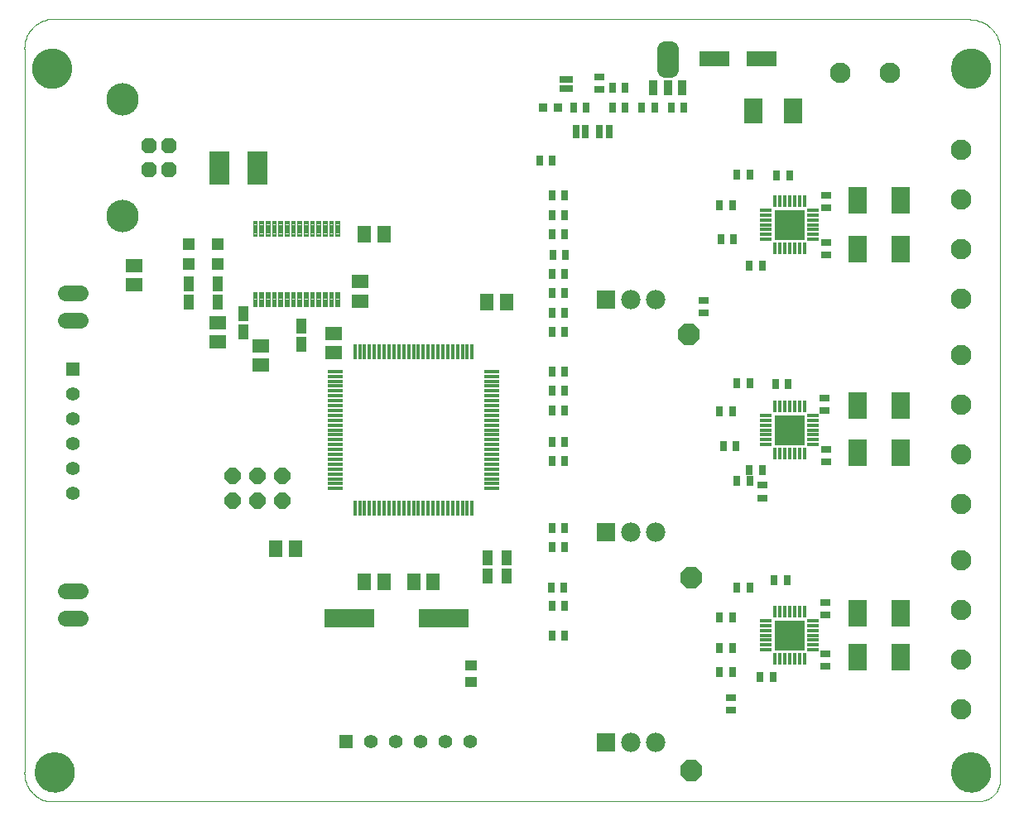
<source format=gts>
G75*
G70*
%OFA0B0*%
%FSLAX24Y24*%
%IPPOS*%
%LPD*%
%AMOC8*
5,1,8,0,0,1.08239X$1,22.5*
%
%ADD10C,0.0000*%
%ADD11C,0.1615*%
%ADD12C,0.0827*%
%ADD13C,0.0640*%
%ADD14R,0.0316X0.0394*%
%ADD15R,0.0355X0.0355*%
%ADD16R,0.0355X0.0591*%
%ADD17C,0.0630*%
%ADD18R,0.0290X0.0540*%
%ADD19R,0.0540X0.0290*%
%ADD20R,0.0394X0.0316*%
%ADD21R,0.0780X0.0780*%
%ADD22C,0.0780*%
%ADD23OC8,0.0890*%
%ADD24R,0.0749X0.1103*%
%ADD25R,0.0158X0.0493*%
%ADD26R,0.0493X0.0158*%
%ADD27R,0.1240X0.1240*%
%ADD28R,0.0749X0.0985*%
%ADD29R,0.1221X0.0591*%
%ADD30R,0.0670X0.0552*%
%ADD31R,0.0552X0.0670*%
%ADD32R,0.0512X0.0512*%
%ADD33R,0.0434X0.0631*%
%ADD34C,0.0038*%
%ADD35OC8,0.0614*%
%ADD36C,0.1306*%
%ADD37R,0.0788X0.1379*%
%ADD38R,0.2040X0.0740*%
%ADD39R,0.0631X0.0158*%
%ADD40R,0.0158X0.0631*%
%ADD41OC8,0.0640*%
%ADD42R,0.0555X0.0555*%
%ADD43C,0.0555*%
%ADD44R,0.0473X0.0434*%
D10*
X001176Y000158D02*
X038639Y000158D01*
X038697Y000160D01*
X038755Y000166D01*
X038812Y000175D01*
X038869Y000188D01*
X038924Y000205D01*
X038978Y000226D01*
X039031Y000249D01*
X039083Y000277D01*
X039132Y000307D01*
X039179Y000341D01*
X039224Y000378D01*
X039266Y000418D01*
X039306Y000460D01*
X039343Y000505D01*
X039377Y000552D01*
X039407Y000602D01*
X039435Y000653D01*
X039458Y000706D01*
X039479Y000760D01*
X039496Y000815D01*
X039509Y000872D01*
X039518Y000929D01*
X039524Y000987D01*
X039526Y001045D01*
X039526Y030418D01*
X039524Y030487D01*
X039518Y030556D01*
X039509Y030625D01*
X039495Y030693D01*
X039478Y030760D01*
X039457Y030826D01*
X039432Y030891D01*
X039404Y030954D01*
X039372Y031016D01*
X039337Y031076D01*
X039298Y031133D01*
X039256Y031189D01*
X039212Y031242D01*
X039164Y031292D01*
X039114Y031340D01*
X039061Y031384D01*
X039005Y031426D01*
X038948Y031465D01*
X038888Y031500D01*
X038826Y031532D01*
X038763Y031560D01*
X038698Y031585D01*
X038632Y031606D01*
X038565Y031623D01*
X038497Y031637D01*
X038428Y031646D01*
X038359Y031652D01*
X038290Y031654D01*
X001173Y031654D01*
X001108Y031639D01*
X001045Y031619D01*
X000982Y031596D01*
X000921Y031570D01*
X000861Y031540D01*
X000803Y031507D01*
X000748Y031470D01*
X000694Y031431D01*
X000642Y031389D01*
X000593Y031343D01*
X000547Y031296D01*
X000503Y031245D01*
X000463Y031192D01*
X000425Y031137D01*
X000390Y031080D01*
X000359Y031022D01*
X000331Y030961D01*
X000307Y030899D01*
X000286Y030836D01*
X000268Y030772D01*
X000254Y030706D01*
X000244Y030641D01*
X000238Y030574D01*
X000235Y030508D01*
X000236Y030441D01*
X000241Y030375D01*
X000249Y030309D01*
X000262Y030243D01*
X000262Y001572D01*
X000249Y001506D01*
X000241Y001440D01*
X000236Y001373D01*
X000235Y001307D01*
X000238Y001240D01*
X000244Y001173D01*
X000254Y001107D01*
X000268Y001042D01*
X000286Y000978D01*
X000307Y000914D01*
X000332Y000852D01*
X000360Y000791D01*
X000391Y000733D01*
X000426Y000675D01*
X000464Y000620D01*
X000504Y000567D01*
X000548Y000517D01*
X000595Y000469D01*
X000644Y000424D01*
X000695Y000381D01*
X000749Y000342D01*
X000805Y000305D01*
X000863Y000272D01*
X000923Y000242D01*
X000984Y000216D01*
X001047Y000193D01*
X001111Y000173D01*
X001176Y000158D01*
X000656Y001339D02*
X000658Y001395D01*
X000664Y001450D01*
X000674Y001504D01*
X000687Y001558D01*
X000705Y001611D01*
X000726Y001662D01*
X000750Y001712D01*
X000778Y001760D01*
X000810Y001806D01*
X000844Y001850D01*
X000882Y001891D01*
X000922Y001929D01*
X000965Y001964D01*
X001010Y001996D01*
X001058Y002025D01*
X001107Y002051D01*
X001158Y002073D01*
X001210Y002091D01*
X001264Y002105D01*
X001319Y002116D01*
X001374Y002123D01*
X001429Y002126D01*
X001485Y002125D01*
X001540Y002120D01*
X001595Y002111D01*
X001649Y002099D01*
X001702Y002082D01*
X001754Y002062D01*
X001804Y002038D01*
X001852Y002011D01*
X001899Y001981D01*
X001943Y001947D01*
X001985Y001910D01*
X002023Y001870D01*
X002060Y001828D01*
X002093Y001783D01*
X002122Y001737D01*
X002149Y001688D01*
X002171Y001637D01*
X002191Y001585D01*
X002206Y001531D01*
X002218Y001477D01*
X002226Y001422D01*
X002230Y001367D01*
X002230Y001311D01*
X002226Y001256D01*
X002218Y001201D01*
X002206Y001147D01*
X002191Y001093D01*
X002171Y001041D01*
X002149Y000990D01*
X002122Y000941D01*
X002093Y000895D01*
X002060Y000850D01*
X002023Y000808D01*
X001985Y000768D01*
X001943Y000731D01*
X001899Y000697D01*
X001852Y000667D01*
X001804Y000640D01*
X001754Y000616D01*
X001702Y000596D01*
X001649Y000579D01*
X001595Y000567D01*
X001540Y000558D01*
X001485Y000553D01*
X001429Y000552D01*
X001374Y000555D01*
X001319Y000562D01*
X001264Y000573D01*
X001210Y000587D01*
X001158Y000605D01*
X001107Y000627D01*
X001058Y000653D01*
X001010Y000682D01*
X000965Y000714D01*
X000922Y000749D01*
X000882Y000787D01*
X000844Y000828D01*
X000810Y000872D01*
X000778Y000918D01*
X000750Y000966D01*
X000726Y001016D01*
X000705Y001067D01*
X000687Y001120D01*
X000674Y001174D01*
X000664Y001228D01*
X000658Y001283D01*
X000656Y001339D01*
X000550Y029686D02*
X000552Y029742D01*
X000558Y029797D01*
X000568Y029851D01*
X000581Y029905D01*
X000599Y029958D01*
X000620Y030009D01*
X000644Y030059D01*
X000672Y030107D01*
X000704Y030153D01*
X000738Y030197D01*
X000776Y030238D01*
X000816Y030276D01*
X000859Y030311D01*
X000904Y030343D01*
X000952Y030372D01*
X001001Y030398D01*
X001052Y030420D01*
X001104Y030438D01*
X001158Y030452D01*
X001213Y030463D01*
X001268Y030470D01*
X001323Y030473D01*
X001379Y030472D01*
X001434Y030467D01*
X001489Y030458D01*
X001543Y030446D01*
X001596Y030429D01*
X001648Y030409D01*
X001698Y030385D01*
X001746Y030358D01*
X001793Y030328D01*
X001837Y030294D01*
X001879Y030257D01*
X001917Y030217D01*
X001954Y030175D01*
X001987Y030130D01*
X002016Y030084D01*
X002043Y030035D01*
X002065Y029984D01*
X002085Y029932D01*
X002100Y029878D01*
X002112Y029824D01*
X002120Y029769D01*
X002124Y029714D01*
X002124Y029658D01*
X002120Y029603D01*
X002112Y029548D01*
X002100Y029494D01*
X002085Y029440D01*
X002065Y029388D01*
X002043Y029337D01*
X002016Y029288D01*
X001987Y029242D01*
X001954Y029197D01*
X001917Y029155D01*
X001879Y029115D01*
X001837Y029078D01*
X001793Y029044D01*
X001746Y029014D01*
X001698Y028987D01*
X001648Y028963D01*
X001596Y028943D01*
X001543Y028926D01*
X001489Y028914D01*
X001434Y028905D01*
X001379Y028900D01*
X001323Y028899D01*
X001268Y028902D01*
X001213Y028909D01*
X001158Y028920D01*
X001104Y028934D01*
X001052Y028952D01*
X001001Y028974D01*
X000952Y029000D01*
X000904Y029029D01*
X000859Y029061D01*
X000816Y029096D01*
X000776Y029134D01*
X000738Y029175D01*
X000704Y029219D01*
X000672Y029265D01*
X000644Y029313D01*
X000620Y029363D01*
X000599Y029414D01*
X000581Y029467D01*
X000568Y029521D01*
X000558Y029575D01*
X000552Y029630D01*
X000550Y029686D01*
X037558Y029686D02*
X037560Y029742D01*
X037566Y029797D01*
X037576Y029851D01*
X037589Y029905D01*
X037607Y029958D01*
X037628Y030009D01*
X037652Y030059D01*
X037680Y030107D01*
X037712Y030153D01*
X037746Y030197D01*
X037784Y030238D01*
X037824Y030276D01*
X037867Y030311D01*
X037912Y030343D01*
X037960Y030372D01*
X038009Y030398D01*
X038060Y030420D01*
X038112Y030438D01*
X038166Y030452D01*
X038221Y030463D01*
X038276Y030470D01*
X038331Y030473D01*
X038387Y030472D01*
X038442Y030467D01*
X038497Y030458D01*
X038551Y030446D01*
X038604Y030429D01*
X038656Y030409D01*
X038706Y030385D01*
X038754Y030358D01*
X038801Y030328D01*
X038845Y030294D01*
X038887Y030257D01*
X038925Y030217D01*
X038962Y030175D01*
X038995Y030130D01*
X039024Y030084D01*
X039051Y030035D01*
X039073Y029984D01*
X039093Y029932D01*
X039108Y029878D01*
X039120Y029824D01*
X039128Y029769D01*
X039132Y029714D01*
X039132Y029658D01*
X039128Y029603D01*
X039120Y029548D01*
X039108Y029494D01*
X039093Y029440D01*
X039073Y029388D01*
X039051Y029337D01*
X039024Y029288D01*
X038995Y029242D01*
X038962Y029197D01*
X038925Y029155D01*
X038887Y029115D01*
X038845Y029078D01*
X038801Y029044D01*
X038754Y029014D01*
X038706Y028987D01*
X038656Y028963D01*
X038604Y028943D01*
X038551Y028926D01*
X038497Y028914D01*
X038442Y028905D01*
X038387Y028900D01*
X038331Y028899D01*
X038276Y028902D01*
X038221Y028909D01*
X038166Y028920D01*
X038112Y028934D01*
X038060Y028952D01*
X038009Y028974D01*
X037960Y029000D01*
X037912Y029029D01*
X037867Y029061D01*
X037824Y029096D01*
X037784Y029134D01*
X037746Y029175D01*
X037712Y029219D01*
X037680Y029265D01*
X037652Y029313D01*
X037628Y029363D01*
X037607Y029414D01*
X037589Y029467D01*
X037576Y029521D01*
X037566Y029575D01*
X037560Y029630D01*
X037558Y029686D01*
X037558Y001339D02*
X037560Y001395D01*
X037566Y001450D01*
X037576Y001504D01*
X037589Y001558D01*
X037607Y001611D01*
X037628Y001662D01*
X037652Y001712D01*
X037680Y001760D01*
X037712Y001806D01*
X037746Y001850D01*
X037784Y001891D01*
X037824Y001929D01*
X037867Y001964D01*
X037912Y001996D01*
X037960Y002025D01*
X038009Y002051D01*
X038060Y002073D01*
X038112Y002091D01*
X038166Y002105D01*
X038221Y002116D01*
X038276Y002123D01*
X038331Y002126D01*
X038387Y002125D01*
X038442Y002120D01*
X038497Y002111D01*
X038551Y002099D01*
X038604Y002082D01*
X038656Y002062D01*
X038706Y002038D01*
X038754Y002011D01*
X038801Y001981D01*
X038845Y001947D01*
X038887Y001910D01*
X038925Y001870D01*
X038962Y001828D01*
X038995Y001783D01*
X039024Y001737D01*
X039051Y001688D01*
X039073Y001637D01*
X039093Y001585D01*
X039108Y001531D01*
X039120Y001477D01*
X039128Y001422D01*
X039132Y001367D01*
X039132Y001311D01*
X039128Y001256D01*
X039120Y001201D01*
X039108Y001147D01*
X039093Y001093D01*
X039073Y001041D01*
X039051Y000990D01*
X039024Y000941D01*
X038995Y000895D01*
X038962Y000850D01*
X038925Y000808D01*
X038887Y000768D01*
X038845Y000731D01*
X038801Y000697D01*
X038754Y000667D01*
X038706Y000640D01*
X038656Y000616D01*
X038604Y000596D01*
X038551Y000579D01*
X038497Y000567D01*
X038442Y000558D01*
X038387Y000553D01*
X038331Y000552D01*
X038276Y000555D01*
X038221Y000562D01*
X038166Y000573D01*
X038112Y000587D01*
X038060Y000605D01*
X038009Y000627D01*
X037960Y000653D01*
X037912Y000682D01*
X037867Y000714D01*
X037824Y000749D01*
X037784Y000787D01*
X037746Y000828D01*
X037712Y000872D01*
X037680Y000918D01*
X037652Y000966D01*
X037628Y001016D01*
X037607Y001067D01*
X037589Y001120D01*
X037576Y001174D01*
X037566Y001228D01*
X037560Y001283D01*
X037558Y001339D01*
D11*
X038345Y001339D03*
X038345Y029686D03*
X001337Y029686D03*
X001443Y001339D03*
D12*
X033093Y029502D03*
X035093Y029502D03*
X037961Y026395D03*
X037961Y024395D03*
X037961Y022395D03*
X037961Y020395D03*
X037961Y018127D03*
X037961Y016127D03*
X037961Y014127D03*
X037961Y012127D03*
X037961Y009859D03*
X037961Y007859D03*
X037961Y005859D03*
X037961Y003859D03*
D13*
X002486Y007534D02*
X001886Y007534D01*
X001886Y008634D02*
X002486Y008634D01*
X002486Y019534D02*
X001886Y019534D01*
X001886Y020634D02*
X002486Y020634D01*
D14*
X020970Y025956D03*
X021482Y025956D03*
X021471Y024568D03*
X021983Y024568D03*
X021983Y023780D03*
X021471Y023780D03*
X021471Y022993D03*
X021983Y022993D03*
X022033Y022156D03*
X021521Y022156D03*
X021471Y021418D03*
X021983Y021418D03*
X021983Y020631D03*
X021471Y020631D03*
X021471Y019843D03*
X021983Y019843D03*
X021983Y019056D03*
X021471Y019056D03*
X021471Y017481D03*
X021983Y017481D03*
X021983Y016694D03*
X021471Y016694D03*
X021471Y015906D03*
X021983Y015906D03*
X021983Y014650D03*
X021471Y014650D03*
X021471Y013863D03*
X021983Y013863D03*
X021983Y011182D03*
X021471Y011182D03*
X021471Y010394D03*
X021983Y010394D03*
X021958Y008767D03*
X021446Y008767D03*
X021471Y008032D03*
X021983Y008032D03*
X021983Y006851D03*
X021471Y006851D03*
X028231Y006332D03*
X028742Y006332D03*
X028742Y005370D03*
X028231Y005370D03*
X029859Y005180D03*
X030371Y005180D03*
X028742Y007554D03*
X028231Y007554D03*
X028931Y008763D03*
X029442Y008763D03*
X030431Y009072D03*
X030942Y009072D03*
X029442Y013084D03*
X029431Y013518D03*
X029942Y013518D03*
X028931Y013084D03*
X028892Y014481D03*
X028381Y014481D03*
X028231Y015869D03*
X028742Y015869D03*
X028931Y016988D03*
X029442Y016988D03*
X030481Y016984D03*
X030992Y016984D03*
X029942Y021744D03*
X029431Y021744D03*
X028792Y022799D03*
X028281Y022799D03*
X028231Y024169D03*
X028742Y024169D03*
X028931Y025413D03*
X029442Y025413D03*
X030531Y025384D03*
X031042Y025384D03*
X026790Y028111D03*
X026278Y028111D03*
X025609Y028111D03*
X025097Y028111D03*
X024427Y028111D03*
X023916Y028111D03*
X023916Y028898D03*
X024427Y028898D03*
X022853Y028111D03*
X022341Y028111D03*
D15*
X021711Y028111D03*
X021120Y028111D03*
D16*
X025550Y028906D03*
X026140Y028906D03*
X026730Y028906D03*
D17*
X026245Y029633D02*
X026035Y029633D01*
X026035Y030479D01*
X026245Y030479D01*
X026245Y029633D01*
X026245Y030262D02*
X026035Y030262D01*
D18*
X023797Y027132D03*
X023397Y027132D03*
X022814Y027134D03*
X022459Y027134D03*
D19*
X022051Y028887D03*
X022051Y029242D03*
D20*
X023384Y029351D03*
X023384Y028839D03*
X032514Y024586D03*
X032514Y024074D03*
X032520Y022674D03*
X032520Y022162D03*
X027586Y020340D03*
X027586Y019828D03*
X032463Y016415D03*
X032463Y015903D03*
X032520Y014345D03*
X032520Y013833D03*
X029964Y012890D03*
X029964Y012378D03*
X032486Y008174D03*
X032486Y007662D03*
X032486Y006105D03*
X032486Y005593D03*
X028686Y004340D03*
X028686Y003828D03*
D21*
X023645Y002552D03*
X023645Y011011D03*
X023645Y020359D03*
D22*
X024645Y020359D03*
X025645Y020359D03*
X025645Y011011D03*
X024645Y011011D03*
X024645Y002552D03*
X025645Y002552D03*
D23*
X027086Y001414D03*
X027086Y009182D03*
X026986Y018969D03*
D24*
X033793Y016111D03*
X035525Y016111D03*
X035525Y014193D03*
X033793Y014193D03*
X033793Y007726D03*
X035525Y007726D03*
X035525Y005974D03*
X033793Y005974D03*
X033780Y022393D03*
X035512Y022393D03*
X035517Y024376D03*
X033785Y024376D03*
D25*
X031636Y024331D03*
X031439Y024331D03*
X031242Y024331D03*
X031046Y024331D03*
X030849Y024331D03*
X030652Y024331D03*
X030455Y024331D03*
X030455Y022442D03*
X030652Y022442D03*
X030849Y022442D03*
X031046Y022442D03*
X031242Y022442D03*
X031439Y022442D03*
X031636Y022442D03*
X031636Y016064D03*
X031439Y016064D03*
X031242Y016064D03*
X031046Y016064D03*
X030849Y016064D03*
X030652Y016064D03*
X030455Y016064D03*
X030455Y014174D03*
X030652Y014174D03*
X030849Y014174D03*
X031046Y014174D03*
X031242Y014174D03*
X031439Y014174D03*
X031636Y014174D03*
X031636Y007796D03*
X031439Y007796D03*
X031242Y007796D03*
X031046Y007796D03*
X030849Y007796D03*
X030652Y007796D03*
X030455Y007796D03*
X030455Y005906D03*
X030652Y005906D03*
X030849Y005906D03*
X031046Y005906D03*
X031242Y005906D03*
X031439Y005906D03*
X031636Y005906D03*
D26*
X031990Y006261D03*
X031990Y006457D03*
X031990Y006654D03*
X031990Y006851D03*
X031990Y007048D03*
X031990Y007245D03*
X031990Y007442D03*
X030101Y007442D03*
X030101Y007245D03*
X030101Y007048D03*
X030101Y006851D03*
X030101Y006654D03*
X030101Y006457D03*
X030101Y006261D03*
X030101Y014528D03*
X030101Y014725D03*
X030101Y014922D03*
X030101Y015119D03*
X030101Y015316D03*
X030101Y015513D03*
X030101Y015709D03*
X031990Y015709D03*
X031990Y015513D03*
X031990Y015316D03*
X031990Y015119D03*
X031990Y014922D03*
X031990Y014725D03*
X031990Y014528D03*
X031990Y022796D03*
X031990Y022993D03*
X031990Y023190D03*
X031990Y023387D03*
X031990Y023583D03*
X031990Y023780D03*
X031990Y023977D03*
X030101Y023977D03*
X030101Y023780D03*
X030101Y023583D03*
X030101Y023387D03*
X030101Y023190D03*
X030101Y022993D03*
X030101Y022796D03*
D27*
X031046Y023387D03*
X031046Y015119D03*
X031046Y006851D03*
D28*
X031184Y027960D03*
X029590Y027960D03*
D29*
X029909Y030054D03*
X028019Y030054D03*
D30*
X013769Y021106D03*
X013769Y020319D03*
X012700Y019019D03*
X012700Y018231D03*
X009755Y018512D03*
X009755Y017725D03*
X008030Y018662D03*
X008030Y019450D03*
X004647Y020963D03*
X004647Y021751D03*
D31*
X013935Y022993D03*
X014723Y022993D03*
X018866Y020287D03*
X019653Y020287D03*
X011153Y010341D03*
X010366Y010341D03*
X013935Y009001D03*
X014723Y009001D03*
X015904Y009001D03*
X016691Y009001D03*
D32*
X008030Y021792D03*
X008030Y022619D03*
X006849Y022619D03*
X006849Y021792D03*
D33*
X006849Y021001D03*
X006849Y020261D03*
X008030Y020261D03*
X008030Y021001D03*
X009036Y019804D03*
X009036Y019064D03*
X011386Y019304D03*
X011386Y018564D03*
X018872Y009977D03*
X019660Y009977D03*
X019660Y009237D03*
X018872Y009237D03*
D34*
X012919Y020089D02*
X012767Y020089D01*
X012767Y020681D01*
X012919Y020681D01*
X012919Y020089D01*
X012919Y020126D02*
X012767Y020126D01*
X012767Y020163D02*
X012919Y020163D01*
X012919Y020200D02*
X012767Y020200D01*
X012767Y020237D02*
X012919Y020237D01*
X012919Y020274D02*
X012767Y020274D01*
X012767Y020311D02*
X012919Y020311D01*
X012919Y020348D02*
X012767Y020348D01*
X012767Y020385D02*
X012919Y020385D01*
X012919Y020422D02*
X012767Y020422D01*
X012767Y020459D02*
X012919Y020459D01*
X012919Y020496D02*
X012767Y020496D01*
X012767Y020533D02*
X012919Y020533D01*
X012919Y020570D02*
X012767Y020570D01*
X012767Y020607D02*
X012919Y020607D01*
X012919Y020644D02*
X012767Y020644D01*
X012767Y020681D02*
X012919Y020681D01*
X012663Y020089D02*
X012511Y020089D01*
X012511Y020681D01*
X012663Y020681D01*
X012663Y020089D01*
X012663Y020126D02*
X012511Y020126D01*
X012511Y020163D02*
X012663Y020163D01*
X012663Y020200D02*
X012511Y020200D01*
X012511Y020237D02*
X012663Y020237D01*
X012663Y020274D02*
X012511Y020274D01*
X012511Y020311D02*
X012663Y020311D01*
X012663Y020348D02*
X012511Y020348D01*
X012511Y020385D02*
X012663Y020385D01*
X012663Y020422D02*
X012511Y020422D01*
X012511Y020459D02*
X012663Y020459D01*
X012663Y020496D02*
X012511Y020496D01*
X012511Y020533D02*
X012663Y020533D01*
X012663Y020570D02*
X012511Y020570D01*
X012511Y020607D02*
X012663Y020607D01*
X012663Y020644D02*
X012511Y020644D01*
X012511Y020681D02*
X012663Y020681D01*
X012407Y020089D02*
X012255Y020089D01*
X012255Y020681D01*
X012407Y020681D01*
X012407Y020089D01*
X012407Y020126D02*
X012255Y020126D01*
X012255Y020163D02*
X012407Y020163D01*
X012407Y020200D02*
X012255Y020200D01*
X012255Y020237D02*
X012407Y020237D01*
X012407Y020274D02*
X012255Y020274D01*
X012255Y020311D02*
X012407Y020311D01*
X012407Y020348D02*
X012255Y020348D01*
X012255Y020385D02*
X012407Y020385D01*
X012407Y020422D02*
X012255Y020422D01*
X012255Y020459D02*
X012407Y020459D01*
X012407Y020496D02*
X012255Y020496D01*
X012255Y020533D02*
X012407Y020533D01*
X012407Y020570D02*
X012255Y020570D01*
X012255Y020607D02*
X012407Y020607D01*
X012407Y020644D02*
X012255Y020644D01*
X012255Y020681D02*
X012407Y020681D01*
X012151Y020089D02*
X011999Y020089D01*
X011999Y020681D01*
X012151Y020681D01*
X012151Y020089D01*
X012151Y020126D02*
X011999Y020126D01*
X011999Y020163D02*
X012151Y020163D01*
X012151Y020200D02*
X011999Y020200D01*
X011999Y020237D02*
X012151Y020237D01*
X012151Y020274D02*
X011999Y020274D01*
X011999Y020311D02*
X012151Y020311D01*
X012151Y020348D02*
X011999Y020348D01*
X011999Y020385D02*
X012151Y020385D01*
X012151Y020422D02*
X011999Y020422D01*
X011999Y020459D02*
X012151Y020459D01*
X012151Y020496D02*
X011999Y020496D01*
X011999Y020533D02*
X012151Y020533D01*
X012151Y020570D02*
X011999Y020570D01*
X011999Y020607D02*
X012151Y020607D01*
X012151Y020644D02*
X011999Y020644D01*
X011999Y020681D02*
X012151Y020681D01*
X011895Y020089D02*
X011743Y020089D01*
X011743Y020681D01*
X011895Y020681D01*
X011895Y020089D01*
X011895Y020126D02*
X011743Y020126D01*
X011743Y020163D02*
X011895Y020163D01*
X011895Y020200D02*
X011743Y020200D01*
X011743Y020237D02*
X011895Y020237D01*
X011895Y020274D02*
X011743Y020274D01*
X011743Y020311D02*
X011895Y020311D01*
X011895Y020348D02*
X011743Y020348D01*
X011743Y020385D02*
X011895Y020385D01*
X011895Y020422D02*
X011743Y020422D01*
X011743Y020459D02*
X011895Y020459D01*
X011895Y020496D02*
X011743Y020496D01*
X011743Y020533D02*
X011895Y020533D01*
X011895Y020570D02*
X011743Y020570D01*
X011743Y020607D02*
X011895Y020607D01*
X011895Y020644D02*
X011743Y020644D01*
X011743Y020681D02*
X011895Y020681D01*
X011639Y020089D02*
X011487Y020089D01*
X011487Y020681D01*
X011639Y020681D01*
X011639Y020089D01*
X011639Y020126D02*
X011487Y020126D01*
X011487Y020163D02*
X011639Y020163D01*
X011639Y020200D02*
X011487Y020200D01*
X011487Y020237D02*
X011639Y020237D01*
X011639Y020274D02*
X011487Y020274D01*
X011487Y020311D02*
X011639Y020311D01*
X011639Y020348D02*
X011487Y020348D01*
X011487Y020385D02*
X011639Y020385D01*
X011639Y020422D02*
X011487Y020422D01*
X011487Y020459D02*
X011639Y020459D01*
X011639Y020496D02*
X011487Y020496D01*
X011487Y020533D02*
X011639Y020533D01*
X011639Y020570D02*
X011487Y020570D01*
X011487Y020607D02*
X011639Y020607D01*
X011639Y020644D02*
X011487Y020644D01*
X011487Y020681D02*
X011639Y020681D01*
X011383Y020089D02*
X011231Y020089D01*
X011231Y020681D01*
X011383Y020681D01*
X011383Y020089D01*
X011383Y020126D02*
X011231Y020126D01*
X011231Y020163D02*
X011383Y020163D01*
X011383Y020200D02*
X011231Y020200D01*
X011231Y020237D02*
X011383Y020237D01*
X011383Y020274D02*
X011231Y020274D01*
X011231Y020311D02*
X011383Y020311D01*
X011383Y020348D02*
X011231Y020348D01*
X011231Y020385D02*
X011383Y020385D01*
X011383Y020422D02*
X011231Y020422D01*
X011231Y020459D02*
X011383Y020459D01*
X011383Y020496D02*
X011231Y020496D01*
X011231Y020533D02*
X011383Y020533D01*
X011383Y020570D02*
X011231Y020570D01*
X011231Y020607D02*
X011383Y020607D01*
X011383Y020644D02*
X011231Y020644D01*
X011231Y020681D02*
X011383Y020681D01*
X011127Y020089D02*
X010975Y020089D01*
X010975Y020681D01*
X011127Y020681D01*
X011127Y020089D01*
X011127Y020126D02*
X010975Y020126D01*
X010975Y020163D02*
X011127Y020163D01*
X011127Y020200D02*
X010975Y020200D01*
X010975Y020237D02*
X011127Y020237D01*
X011127Y020274D02*
X010975Y020274D01*
X010975Y020311D02*
X011127Y020311D01*
X011127Y020348D02*
X010975Y020348D01*
X010975Y020385D02*
X011127Y020385D01*
X011127Y020422D02*
X010975Y020422D01*
X010975Y020459D02*
X011127Y020459D01*
X011127Y020496D02*
X010975Y020496D01*
X010975Y020533D02*
X011127Y020533D01*
X011127Y020570D02*
X010975Y020570D01*
X010975Y020607D02*
X011127Y020607D01*
X011127Y020644D02*
X010975Y020644D01*
X010975Y020681D02*
X011127Y020681D01*
X010872Y020089D02*
X010720Y020089D01*
X010720Y020681D01*
X010872Y020681D01*
X010872Y020089D01*
X010872Y020126D02*
X010720Y020126D01*
X010720Y020163D02*
X010872Y020163D01*
X010872Y020200D02*
X010720Y020200D01*
X010720Y020237D02*
X010872Y020237D01*
X010872Y020274D02*
X010720Y020274D01*
X010720Y020311D02*
X010872Y020311D01*
X010872Y020348D02*
X010720Y020348D01*
X010720Y020385D02*
X010872Y020385D01*
X010872Y020422D02*
X010720Y020422D01*
X010720Y020459D02*
X010872Y020459D01*
X010872Y020496D02*
X010720Y020496D01*
X010720Y020533D02*
X010872Y020533D01*
X010872Y020570D02*
X010720Y020570D01*
X010720Y020607D02*
X010872Y020607D01*
X010872Y020644D02*
X010720Y020644D01*
X010720Y020681D02*
X010872Y020681D01*
X010616Y020089D02*
X010464Y020089D01*
X010464Y020681D01*
X010616Y020681D01*
X010616Y020089D01*
X010616Y020126D02*
X010464Y020126D01*
X010464Y020163D02*
X010616Y020163D01*
X010616Y020200D02*
X010464Y020200D01*
X010464Y020237D02*
X010616Y020237D01*
X010616Y020274D02*
X010464Y020274D01*
X010464Y020311D02*
X010616Y020311D01*
X010616Y020348D02*
X010464Y020348D01*
X010464Y020385D02*
X010616Y020385D01*
X010616Y020422D02*
X010464Y020422D01*
X010464Y020459D02*
X010616Y020459D01*
X010616Y020496D02*
X010464Y020496D01*
X010464Y020533D02*
X010616Y020533D01*
X010616Y020570D02*
X010464Y020570D01*
X010464Y020607D02*
X010616Y020607D01*
X010616Y020644D02*
X010464Y020644D01*
X010464Y020681D02*
X010616Y020681D01*
X010360Y020089D02*
X010208Y020089D01*
X010208Y020681D01*
X010360Y020681D01*
X010360Y020089D01*
X010360Y020126D02*
X010208Y020126D01*
X010208Y020163D02*
X010360Y020163D01*
X010360Y020200D02*
X010208Y020200D01*
X010208Y020237D02*
X010360Y020237D01*
X010360Y020274D02*
X010208Y020274D01*
X010208Y020311D02*
X010360Y020311D01*
X010360Y020348D02*
X010208Y020348D01*
X010208Y020385D02*
X010360Y020385D01*
X010360Y020422D02*
X010208Y020422D01*
X010208Y020459D02*
X010360Y020459D01*
X010360Y020496D02*
X010208Y020496D01*
X010208Y020533D02*
X010360Y020533D01*
X010360Y020570D02*
X010208Y020570D01*
X010208Y020607D02*
X010360Y020607D01*
X010360Y020644D02*
X010208Y020644D01*
X010208Y020681D02*
X010360Y020681D01*
X010104Y020089D02*
X009952Y020089D01*
X009952Y020681D01*
X010104Y020681D01*
X010104Y020089D01*
X010104Y020126D02*
X009952Y020126D01*
X009952Y020163D02*
X010104Y020163D01*
X010104Y020200D02*
X009952Y020200D01*
X009952Y020237D02*
X010104Y020237D01*
X010104Y020274D02*
X009952Y020274D01*
X009952Y020311D02*
X010104Y020311D01*
X010104Y020348D02*
X009952Y020348D01*
X009952Y020385D02*
X010104Y020385D01*
X010104Y020422D02*
X009952Y020422D01*
X009952Y020459D02*
X010104Y020459D01*
X010104Y020496D02*
X009952Y020496D01*
X009952Y020533D02*
X010104Y020533D01*
X010104Y020570D02*
X009952Y020570D01*
X009952Y020607D02*
X010104Y020607D01*
X010104Y020644D02*
X009952Y020644D01*
X009952Y020681D02*
X010104Y020681D01*
X009848Y020089D02*
X009696Y020089D01*
X009696Y020681D01*
X009848Y020681D01*
X009848Y020089D01*
X009848Y020126D02*
X009696Y020126D01*
X009696Y020163D02*
X009848Y020163D01*
X009848Y020200D02*
X009696Y020200D01*
X009696Y020237D02*
X009848Y020237D01*
X009848Y020274D02*
X009696Y020274D01*
X009696Y020311D02*
X009848Y020311D01*
X009848Y020348D02*
X009696Y020348D01*
X009696Y020385D02*
X009848Y020385D01*
X009848Y020422D02*
X009696Y020422D01*
X009696Y020459D02*
X009848Y020459D01*
X009848Y020496D02*
X009696Y020496D01*
X009696Y020533D02*
X009848Y020533D01*
X009848Y020570D02*
X009696Y020570D01*
X009696Y020607D02*
X009848Y020607D01*
X009848Y020644D02*
X009696Y020644D01*
X009696Y020681D02*
X009848Y020681D01*
X009592Y020089D02*
X009440Y020089D01*
X009440Y020681D01*
X009592Y020681D01*
X009592Y020089D01*
X009592Y020126D02*
X009440Y020126D01*
X009440Y020163D02*
X009592Y020163D01*
X009592Y020200D02*
X009440Y020200D01*
X009440Y020237D02*
X009592Y020237D01*
X009592Y020274D02*
X009440Y020274D01*
X009440Y020311D02*
X009592Y020311D01*
X009592Y020348D02*
X009440Y020348D01*
X009440Y020385D02*
X009592Y020385D01*
X009592Y020422D02*
X009440Y020422D01*
X009440Y020459D02*
X009592Y020459D01*
X009592Y020496D02*
X009440Y020496D01*
X009440Y020533D02*
X009592Y020533D01*
X009592Y020570D02*
X009440Y020570D01*
X009440Y020607D02*
X009592Y020607D01*
X009592Y020644D02*
X009440Y020644D01*
X009440Y020681D02*
X009592Y020681D01*
X009592Y022943D02*
X009440Y022943D01*
X009440Y023535D01*
X009592Y023535D01*
X009592Y022943D01*
X009592Y022980D02*
X009440Y022980D01*
X009440Y023017D02*
X009592Y023017D01*
X009592Y023054D02*
X009440Y023054D01*
X009440Y023091D02*
X009592Y023091D01*
X009592Y023128D02*
X009440Y023128D01*
X009440Y023165D02*
X009592Y023165D01*
X009592Y023202D02*
X009440Y023202D01*
X009440Y023239D02*
X009592Y023239D01*
X009592Y023276D02*
X009440Y023276D01*
X009440Y023313D02*
X009592Y023313D01*
X009592Y023350D02*
X009440Y023350D01*
X009440Y023387D02*
X009592Y023387D01*
X009592Y023424D02*
X009440Y023424D01*
X009440Y023461D02*
X009592Y023461D01*
X009592Y023498D02*
X009440Y023498D01*
X009440Y023535D02*
X009592Y023535D01*
X009696Y022943D02*
X009848Y022943D01*
X009696Y022943D02*
X009696Y023535D01*
X009848Y023535D01*
X009848Y022943D01*
X009848Y022980D02*
X009696Y022980D01*
X009696Y023017D02*
X009848Y023017D01*
X009848Y023054D02*
X009696Y023054D01*
X009696Y023091D02*
X009848Y023091D01*
X009848Y023128D02*
X009696Y023128D01*
X009696Y023165D02*
X009848Y023165D01*
X009848Y023202D02*
X009696Y023202D01*
X009696Y023239D02*
X009848Y023239D01*
X009848Y023276D02*
X009696Y023276D01*
X009696Y023313D02*
X009848Y023313D01*
X009848Y023350D02*
X009696Y023350D01*
X009696Y023387D02*
X009848Y023387D01*
X009848Y023424D02*
X009696Y023424D01*
X009696Y023461D02*
X009848Y023461D01*
X009848Y023498D02*
X009696Y023498D01*
X009696Y023535D02*
X009848Y023535D01*
X009952Y022943D02*
X010104Y022943D01*
X009952Y022943D02*
X009952Y023535D01*
X010104Y023535D01*
X010104Y022943D01*
X010104Y022980D02*
X009952Y022980D01*
X009952Y023017D02*
X010104Y023017D01*
X010104Y023054D02*
X009952Y023054D01*
X009952Y023091D02*
X010104Y023091D01*
X010104Y023128D02*
X009952Y023128D01*
X009952Y023165D02*
X010104Y023165D01*
X010104Y023202D02*
X009952Y023202D01*
X009952Y023239D02*
X010104Y023239D01*
X010104Y023276D02*
X009952Y023276D01*
X009952Y023313D02*
X010104Y023313D01*
X010104Y023350D02*
X009952Y023350D01*
X009952Y023387D02*
X010104Y023387D01*
X010104Y023424D02*
X009952Y023424D01*
X009952Y023461D02*
X010104Y023461D01*
X010104Y023498D02*
X009952Y023498D01*
X009952Y023535D02*
X010104Y023535D01*
X010208Y022943D02*
X010360Y022943D01*
X010208Y022943D02*
X010208Y023535D01*
X010360Y023535D01*
X010360Y022943D01*
X010360Y022980D02*
X010208Y022980D01*
X010208Y023017D02*
X010360Y023017D01*
X010360Y023054D02*
X010208Y023054D01*
X010208Y023091D02*
X010360Y023091D01*
X010360Y023128D02*
X010208Y023128D01*
X010208Y023165D02*
X010360Y023165D01*
X010360Y023202D02*
X010208Y023202D01*
X010208Y023239D02*
X010360Y023239D01*
X010360Y023276D02*
X010208Y023276D01*
X010208Y023313D02*
X010360Y023313D01*
X010360Y023350D02*
X010208Y023350D01*
X010208Y023387D02*
X010360Y023387D01*
X010360Y023424D02*
X010208Y023424D01*
X010208Y023461D02*
X010360Y023461D01*
X010360Y023498D02*
X010208Y023498D01*
X010208Y023535D02*
X010360Y023535D01*
X010464Y022943D02*
X010616Y022943D01*
X010464Y022943D02*
X010464Y023535D01*
X010616Y023535D01*
X010616Y022943D01*
X010616Y022980D02*
X010464Y022980D01*
X010464Y023017D02*
X010616Y023017D01*
X010616Y023054D02*
X010464Y023054D01*
X010464Y023091D02*
X010616Y023091D01*
X010616Y023128D02*
X010464Y023128D01*
X010464Y023165D02*
X010616Y023165D01*
X010616Y023202D02*
X010464Y023202D01*
X010464Y023239D02*
X010616Y023239D01*
X010616Y023276D02*
X010464Y023276D01*
X010464Y023313D02*
X010616Y023313D01*
X010616Y023350D02*
X010464Y023350D01*
X010464Y023387D02*
X010616Y023387D01*
X010616Y023424D02*
X010464Y023424D01*
X010464Y023461D02*
X010616Y023461D01*
X010616Y023498D02*
X010464Y023498D01*
X010464Y023535D02*
X010616Y023535D01*
X010720Y022943D02*
X010872Y022943D01*
X010720Y022943D02*
X010720Y023535D01*
X010872Y023535D01*
X010872Y022943D01*
X010872Y022980D02*
X010720Y022980D01*
X010720Y023017D02*
X010872Y023017D01*
X010872Y023054D02*
X010720Y023054D01*
X010720Y023091D02*
X010872Y023091D01*
X010872Y023128D02*
X010720Y023128D01*
X010720Y023165D02*
X010872Y023165D01*
X010872Y023202D02*
X010720Y023202D01*
X010720Y023239D02*
X010872Y023239D01*
X010872Y023276D02*
X010720Y023276D01*
X010720Y023313D02*
X010872Y023313D01*
X010872Y023350D02*
X010720Y023350D01*
X010720Y023387D02*
X010872Y023387D01*
X010872Y023424D02*
X010720Y023424D01*
X010720Y023461D02*
X010872Y023461D01*
X010872Y023498D02*
X010720Y023498D01*
X010720Y023535D02*
X010872Y023535D01*
X010975Y022943D02*
X011127Y022943D01*
X010975Y022943D02*
X010975Y023535D01*
X011127Y023535D01*
X011127Y022943D01*
X011127Y022980D02*
X010975Y022980D01*
X010975Y023017D02*
X011127Y023017D01*
X011127Y023054D02*
X010975Y023054D01*
X010975Y023091D02*
X011127Y023091D01*
X011127Y023128D02*
X010975Y023128D01*
X010975Y023165D02*
X011127Y023165D01*
X011127Y023202D02*
X010975Y023202D01*
X010975Y023239D02*
X011127Y023239D01*
X011127Y023276D02*
X010975Y023276D01*
X010975Y023313D02*
X011127Y023313D01*
X011127Y023350D02*
X010975Y023350D01*
X010975Y023387D02*
X011127Y023387D01*
X011127Y023424D02*
X010975Y023424D01*
X010975Y023461D02*
X011127Y023461D01*
X011127Y023498D02*
X010975Y023498D01*
X010975Y023535D02*
X011127Y023535D01*
X011231Y022943D02*
X011383Y022943D01*
X011231Y022943D02*
X011231Y023535D01*
X011383Y023535D01*
X011383Y022943D01*
X011383Y022980D02*
X011231Y022980D01*
X011231Y023017D02*
X011383Y023017D01*
X011383Y023054D02*
X011231Y023054D01*
X011231Y023091D02*
X011383Y023091D01*
X011383Y023128D02*
X011231Y023128D01*
X011231Y023165D02*
X011383Y023165D01*
X011383Y023202D02*
X011231Y023202D01*
X011231Y023239D02*
X011383Y023239D01*
X011383Y023276D02*
X011231Y023276D01*
X011231Y023313D02*
X011383Y023313D01*
X011383Y023350D02*
X011231Y023350D01*
X011231Y023387D02*
X011383Y023387D01*
X011383Y023424D02*
X011231Y023424D01*
X011231Y023461D02*
X011383Y023461D01*
X011383Y023498D02*
X011231Y023498D01*
X011231Y023535D02*
X011383Y023535D01*
X011487Y022943D02*
X011639Y022943D01*
X011487Y022943D02*
X011487Y023535D01*
X011639Y023535D01*
X011639Y022943D01*
X011639Y022980D02*
X011487Y022980D01*
X011487Y023017D02*
X011639Y023017D01*
X011639Y023054D02*
X011487Y023054D01*
X011487Y023091D02*
X011639Y023091D01*
X011639Y023128D02*
X011487Y023128D01*
X011487Y023165D02*
X011639Y023165D01*
X011639Y023202D02*
X011487Y023202D01*
X011487Y023239D02*
X011639Y023239D01*
X011639Y023276D02*
X011487Y023276D01*
X011487Y023313D02*
X011639Y023313D01*
X011639Y023350D02*
X011487Y023350D01*
X011487Y023387D02*
X011639Y023387D01*
X011639Y023424D02*
X011487Y023424D01*
X011487Y023461D02*
X011639Y023461D01*
X011639Y023498D02*
X011487Y023498D01*
X011487Y023535D02*
X011639Y023535D01*
X011743Y022943D02*
X011895Y022943D01*
X011743Y022943D02*
X011743Y023535D01*
X011895Y023535D01*
X011895Y022943D01*
X011895Y022980D02*
X011743Y022980D01*
X011743Y023017D02*
X011895Y023017D01*
X011895Y023054D02*
X011743Y023054D01*
X011743Y023091D02*
X011895Y023091D01*
X011895Y023128D02*
X011743Y023128D01*
X011743Y023165D02*
X011895Y023165D01*
X011895Y023202D02*
X011743Y023202D01*
X011743Y023239D02*
X011895Y023239D01*
X011895Y023276D02*
X011743Y023276D01*
X011743Y023313D02*
X011895Y023313D01*
X011895Y023350D02*
X011743Y023350D01*
X011743Y023387D02*
X011895Y023387D01*
X011895Y023424D02*
X011743Y023424D01*
X011743Y023461D02*
X011895Y023461D01*
X011895Y023498D02*
X011743Y023498D01*
X011743Y023535D02*
X011895Y023535D01*
X011999Y022943D02*
X012151Y022943D01*
X011999Y022943D02*
X011999Y023535D01*
X012151Y023535D01*
X012151Y022943D01*
X012151Y022980D02*
X011999Y022980D01*
X011999Y023017D02*
X012151Y023017D01*
X012151Y023054D02*
X011999Y023054D01*
X011999Y023091D02*
X012151Y023091D01*
X012151Y023128D02*
X011999Y023128D01*
X011999Y023165D02*
X012151Y023165D01*
X012151Y023202D02*
X011999Y023202D01*
X011999Y023239D02*
X012151Y023239D01*
X012151Y023276D02*
X011999Y023276D01*
X011999Y023313D02*
X012151Y023313D01*
X012151Y023350D02*
X011999Y023350D01*
X011999Y023387D02*
X012151Y023387D01*
X012151Y023424D02*
X011999Y023424D01*
X011999Y023461D02*
X012151Y023461D01*
X012151Y023498D02*
X011999Y023498D01*
X011999Y023535D02*
X012151Y023535D01*
X012255Y022943D02*
X012407Y022943D01*
X012255Y022943D02*
X012255Y023535D01*
X012407Y023535D01*
X012407Y022943D01*
X012407Y022980D02*
X012255Y022980D01*
X012255Y023017D02*
X012407Y023017D01*
X012407Y023054D02*
X012255Y023054D01*
X012255Y023091D02*
X012407Y023091D01*
X012407Y023128D02*
X012255Y023128D01*
X012255Y023165D02*
X012407Y023165D01*
X012407Y023202D02*
X012255Y023202D01*
X012255Y023239D02*
X012407Y023239D01*
X012407Y023276D02*
X012255Y023276D01*
X012255Y023313D02*
X012407Y023313D01*
X012407Y023350D02*
X012255Y023350D01*
X012255Y023387D02*
X012407Y023387D01*
X012407Y023424D02*
X012255Y023424D01*
X012255Y023461D02*
X012407Y023461D01*
X012407Y023498D02*
X012255Y023498D01*
X012255Y023535D02*
X012407Y023535D01*
X012511Y022943D02*
X012663Y022943D01*
X012511Y022943D02*
X012511Y023535D01*
X012663Y023535D01*
X012663Y022943D01*
X012663Y022980D02*
X012511Y022980D01*
X012511Y023017D02*
X012663Y023017D01*
X012663Y023054D02*
X012511Y023054D01*
X012511Y023091D02*
X012663Y023091D01*
X012663Y023128D02*
X012511Y023128D01*
X012511Y023165D02*
X012663Y023165D01*
X012663Y023202D02*
X012511Y023202D01*
X012511Y023239D02*
X012663Y023239D01*
X012663Y023276D02*
X012511Y023276D01*
X012511Y023313D02*
X012663Y023313D01*
X012663Y023350D02*
X012511Y023350D01*
X012511Y023387D02*
X012663Y023387D01*
X012663Y023424D02*
X012511Y023424D01*
X012511Y023461D02*
X012663Y023461D01*
X012663Y023498D02*
X012511Y023498D01*
X012511Y023535D02*
X012663Y023535D01*
X012767Y022943D02*
X012919Y022943D01*
X012767Y022943D02*
X012767Y023535D01*
X012919Y023535D01*
X012919Y022943D01*
X012919Y022980D02*
X012767Y022980D01*
X012767Y023017D02*
X012919Y023017D01*
X012919Y023054D02*
X012767Y023054D01*
X012767Y023091D02*
X012919Y023091D01*
X012919Y023128D02*
X012767Y023128D01*
X012767Y023165D02*
X012919Y023165D01*
X012919Y023202D02*
X012767Y023202D01*
X012767Y023239D02*
X012919Y023239D01*
X012919Y023276D02*
X012767Y023276D01*
X012767Y023313D02*
X012919Y023313D01*
X012919Y023350D02*
X012767Y023350D01*
X012767Y023387D02*
X012919Y023387D01*
X012919Y023424D02*
X012767Y023424D01*
X012767Y023461D02*
X012919Y023461D01*
X012919Y023498D02*
X012767Y023498D01*
X012767Y023535D02*
X012919Y023535D01*
D35*
X006041Y025592D03*
X005253Y025592D03*
X005253Y026576D03*
X006041Y026576D03*
D36*
X004186Y028446D03*
X004186Y023722D03*
D37*
X008076Y025660D03*
X009611Y025660D03*
D38*
X013310Y007526D03*
X017110Y007526D03*
D39*
X019053Y012757D03*
X019053Y012954D03*
X019053Y013150D03*
X019053Y013347D03*
X019053Y013544D03*
X019053Y013741D03*
X019053Y013938D03*
X019053Y014135D03*
X019053Y014331D03*
X019053Y014528D03*
X019053Y014725D03*
X019053Y014922D03*
X019053Y015119D03*
X019053Y015316D03*
X019053Y015513D03*
X019053Y015709D03*
X019053Y015906D03*
X019053Y016103D03*
X019053Y016300D03*
X019053Y016497D03*
X019053Y016694D03*
X019053Y016891D03*
X019053Y017087D03*
X019053Y017284D03*
X019053Y017481D03*
X012754Y017481D03*
X012754Y017284D03*
X012754Y017087D03*
X012754Y016891D03*
X012754Y016694D03*
X012754Y016497D03*
X012754Y016300D03*
X012754Y016103D03*
X012754Y015906D03*
X012754Y015709D03*
X012754Y015513D03*
X012754Y015316D03*
X012754Y015119D03*
X012754Y014922D03*
X012754Y014725D03*
X012754Y014528D03*
X012754Y014331D03*
X012754Y014135D03*
X012754Y013938D03*
X012754Y013741D03*
X012754Y013544D03*
X012754Y013347D03*
X012754Y013150D03*
X012754Y012954D03*
X012754Y012757D03*
D40*
X013542Y011969D03*
X013738Y011969D03*
X013935Y011969D03*
X014132Y011969D03*
X014329Y011969D03*
X014526Y011969D03*
X014723Y011969D03*
X014920Y011969D03*
X015116Y011969D03*
X015313Y011969D03*
X015510Y011969D03*
X015707Y011969D03*
X015904Y011969D03*
X016101Y011969D03*
X016297Y011969D03*
X016494Y011969D03*
X016691Y011969D03*
X016888Y011969D03*
X017085Y011969D03*
X017282Y011969D03*
X017479Y011969D03*
X017675Y011969D03*
X017872Y011969D03*
X018069Y011969D03*
X018266Y011969D03*
X018266Y018269D03*
X018069Y018269D03*
X017872Y018269D03*
X017675Y018269D03*
X017479Y018269D03*
X017282Y018269D03*
X017085Y018269D03*
X016888Y018269D03*
X016691Y018269D03*
X016494Y018269D03*
X016297Y018269D03*
X016101Y018269D03*
X015904Y018269D03*
X015707Y018269D03*
X015510Y018269D03*
X015313Y018269D03*
X015116Y018269D03*
X014920Y018269D03*
X014723Y018269D03*
X014526Y018269D03*
X014329Y018269D03*
X014132Y018269D03*
X013935Y018269D03*
X013738Y018269D03*
X013542Y018269D03*
D41*
X010605Y013257D03*
X010605Y012257D03*
X009605Y012257D03*
X008605Y012257D03*
X008605Y013257D03*
X009605Y013257D03*
D42*
X002186Y017584D03*
X013186Y002584D03*
D43*
X014186Y002584D03*
X015186Y002584D03*
X016186Y002584D03*
X017186Y002584D03*
X018186Y002584D03*
X002186Y012584D03*
X002186Y013584D03*
X002186Y014584D03*
X002186Y015584D03*
X002186Y016584D03*
D44*
X018211Y005644D03*
X018211Y004975D03*
M02*

</source>
